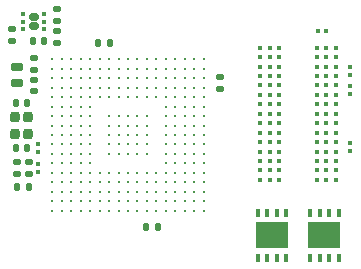
<source format=gbr>
%TF.GenerationSoftware,KiCad,Pcbnew,9.0.6-r1*%
%TF.CreationDate,2025-12-20T23:12:14+08:00*%
%TF.ProjectId,H750XB_V2,48373530-5842-45f5-9632-2e6b69636164,rev?*%
%TF.SameCoordinates,Original*%
%TF.FileFunction,Paste,Top*%
%TF.FilePolarity,Positive*%
%FSLAX46Y46*%
G04 Gerber Fmt 4.6, Leading zero omitted, Abs format (unit mm)*
G04 Created by KiCad (PCBNEW 9.0.6-r1) date 2025-12-20 23:12:14*
%MOMM*%
%LPD*%
G01*
G04 APERTURE LIST*
G04 Aperture macros list*
%AMRoundRect*
0 Rectangle with rounded corners*
0 $1 Rounding radius*
0 $2 $3 $4 $5 $6 $7 $8 $9 X,Y pos of 4 corners*
0 Add a 4 corners polygon primitive as box body*
4,1,4,$2,$3,$4,$5,$6,$7,$8,$9,$2,$3,0*
0 Add four circle primitives for the rounded corners*
1,1,$1+$1,$2,$3*
1,1,$1+$1,$4,$5*
1,1,$1+$1,$6,$7*
1,1,$1+$1,$8,$9*
0 Add four rect primitives between the rounded corners*
20,1,$1+$1,$2,$3,$4,$5,0*
20,1,$1+$1,$4,$5,$6,$7,0*
20,1,$1+$1,$6,$7,$8,$9,0*
20,1,$1+$1,$8,$9,$2,$3,0*%
G04 Aperture macros list end*
%ADD10RoundRect,0.150000X0.400000X-0.150000X0.400000X0.150000X-0.400000X0.150000X-0.400000X-0.150000X0*%
%ADD11RoundRect,0.200000X-0.200000X0.250000X-0.200000X-0.250000X0.200000X-0.250000X0.200000X0.250000X0*%
%ADD12R,2.800000X2.300000*%
%ADD13R,0.400000X0.800000*%
%ADD14RoundRect,0.140000X-0.170000X0.140000X-0.170000X-0.140000X0.170000X-0.140000X0.170000X0.140000X0*%
%ADD15RoundRect,0.140000X0.140000X0.170000X-0.140000X0.170000X-0.140000X-0.170000X0.140000X-0.170000X0*%
%ADD16RoundRect,0.135000X-0.185000X0.135000X-0.185000X-0.135000X0.185000X-0.135000X0.185000X0.135000X0*%
%ADD17RoundRect,0.160000X0.245000X0.160000X-0.245000X0.160000X-0.245000X-0.160000X0.245000X-0.160000X0*%
%ADD18RoundRect,0.093750X0.093750X0.106250X-0.093750X0.106250X-0.093750X-0.106250X0.093750X-0.106250X0*%
%ADD19C,0.333126*%
%ADD20RoundRect,0.135000X-0.135000X-0.185000X0.135000X-0.185000X0.135000X0.185000X-0.135000X0.185000X0*%
%ADD21RoundRect,0.135000X0.185000X-0.135000X0.185000X0.135000X-0.185000X0.135000X-0.185000X-0.135000X0*%
%ADD22RoundRect,0.135000X0.135000X0.185000X-0.135000X0.185000X-0.135000X-0.185000X0.135000X-0.185000X0*%
%ADD23RoundRect,0.147500X0.147500X0.172500X-0.147500X0.172500X-0.147500X-0.172500X0.147500X-0.172500X0*%
%ADD24RoundRect,0.079500X0.100500X-0.079500X0.100500X0.079500X-0.100500X0.079500X-0.100500X-0.079500X0*%
%ADD25RoundRect,0.140000X0.170000X-0.140000X0.170000X0.140000X-0.170000X0.140000X-0.170000X-0.140000X0*%
%ADD26RoundRect,0.079500X-0.100500X0.079500X-0.100500X-0.079500X0.100500X-0.079500X0.100500X0.079500X0*%
%ADD27RoundRect,0.140000X-0.140000X-0.170000X0.140000X-0.170000X0.140000X0.170000X-0.140000X0.170000X0*%
%ADD28RoundRect,0.079500X-0.079500X-0.100500X0.079500X-0.100500X0.079500X0.100500X-0.079500X0.100500X0*%
%ADD29C,0.450000*%
G04 APERTURE END LIST*
D10*
%TO.C,Y2*%
X1148800Y19380000D03*
X1148800Y20780000D03*
%TD*%
D11*
%TO.C,Y1*%
X998800Y16500000D03*
X998800Y15100000D03*
X2098800Y15100000D03*
X2098800Y16500000D03*
%TD*%
D12*
%TO.C,U3*%
X27173800Y6500000D03*
D13*
X25973800Y8400000D03*
X26773800Y8400000D03*
X27573800Y8400000D03*
X28373800Y8400000D03*
X28373800Y4600000D03*
X27573800Y4600000D03*
X26773800Y4600000D03*
X25973800Y4600000D03*
%TD*%
D12*
%TO.C,U4*%
X22723800Y6500000D03*
D13*
X21523800Y8400000D03*
X22323800Y8400000D03*
X23123800Y8400000D03*
X23923800Y8400000D03*
X23923800Y4600000D03*
X23123800Y4600000D03*
X22323800Y4600000D03*
X21523800Y4600000D03*
%TD*%
D14*
%TO.C,C63*%
X748800Y23950000D03*
X748800Y22990000D03*
%TD*%
D15*
%TO.C,C65*%
X3436300Y22990000D03*
X2476300Y22990000D03*
%TD*%
D16*
%TO.C,R2*%
X4548800Y23835000D03*
X4548800Y22815000D03*
%TD*%
%TO.C,R6*%
X4548800Y25635000D03*
X4548800Y24615000D03*
%TD*%
D17*
%TO.C,U5*%
X2548800Y24200000D03*
X2548800Y25000000D03*
D18*
X3436300Y23950000D03*
X3436300Y24600000D03*
X3436300Y25250000D03*
X1661300Y25250000D03*
X1661300Y24600000D03*
X1661300Y23950000D03*
%TD*%
D19*
%TO.C,U1*%
X4148800Y21400000D03*
X4948800Y21400000D03*
X5748800Y21400000D03*
X6548800Y21400000D03*
X7348800Y21400000D03*
X8148800Y21400000D03*
X8948800Y21400000D03*
X9748800Y21400000D03*
X10548800Y21400000D03*
X11348800Y21400000D03*
X12148800Y21400000D03*
X12948800Y21400000D03*
X13748800Y21400000D03*
X14548800Y21400000D03*
X15348800Y21400000D03*
X16148800Y21400000D03*
X16948800Y21400000D03*
X4148800Y20600000D03*
X4948800Y20600000D03*
X5748800Y20600000D03*
X6548800Y20600000D03*
X7348800Y20600000D03*
X8148800Y20600000D03*
X8948800Y20600000D03*
X9748800Y20600000D03*
X10548800Y20600000D03*
X11348800Y20600000D03*
X12148800Y20600000D03*
X12948800Y20600000D03*
X13748800Y20600000D03*
X14548800Y20600000D03*
X15348800Y20600000D03*
X16148800Y20600000D03*
X16948800Y20600000D03*
X4148800Y19800000D03*
X4948800Y19800000D03*
X5748800Y19800000D03*
X6548800Y19800000D03*
X7348800Y19800000D03*
X8148800Y19800000D03*
X8948800Y19800000D03*
X9748800Y19800000D03*
X10548800Y19800000D03*
X11348800Y19800000D03*
X12148800Y19800000D03*
X12948800Y19800000D03*
X13748800Y19800000D03*
X14548800Y19800000D03*
X15348800Y19800000D03*
X16148800Y19800000D03*
X16948800Y19800000D03*
X4148800Y19000000D03*
X4948800Y19000000D03*
X5748800Y19000000D03*
X6548800Y19000000D03*
X7348800Y19000000D03*
X8148800Y19000000D03*
X8948800Y19000000D03*
X9748800Y19000000D03*
X10548800Y19000000D03*
X11348800Y19000000D03*
X12148800Y19000000D03*
X12948800Y19000000D03*
X13748800Y19000000D03*
X14548800Y19000000D03*
X15348800Y19000000D03*
X16148800Y19000000D03*
X16948800Y19000000D03*
X4148800Y18200000D03*
X4948800Y18200000D03*
X5748800Y18200000D03*
X6548800Y18200000D03*
X7348800Y18200000D03*
X8148800Y18200000D03*
X8948800Y18200000D03*
X9748800Y18200000D03*
X10548800Y18200000D03*
X11348800Y18200000D03*
X12148800Y18200000D03*
X12948800Y18200000D03*
X13748800Y18200000D03*
X14548800Y18200000D03*
X15348800Y18200000D03*
X16148800Y18200000D03*
X16948800Y18200000D03*
X4148800Y17400000D03*
X4948800Y17400000D03*
X5748800Y17400000D03*
X6548800Y17400000D03*
X7348800Y17400000D03*
X13748800Y17400000D03*
X14548800Y17400000D03*
X15348800Y17400000D03*
X16148800Y17400000D03*
X16948800Y17400000D03*
X4148800Y16600000D03*
X4948800Y16600000D03*
X5748800Y16600000D03*
X6548800Y16600000D03*
X7348800Y16600000D03*
X8948800Y16600000D03*
X9748800Y16600000D03*
X10548800Y16600000D03*
X11348800Y16600000D03*
X12148800Y16600000D03*
X13748800Y16600000D03*
X14548800Y16600000D03*
X15348800Y16600000D03*
X16148800Y16600000D03*
X16948800Y16600000D03*
X4148800Y15800000D03*
X4948800Y15800000D03*
X5748800Y15800000D03*
X6548800Y15800000D03*
X7348800Y15800000D03*
X8948800Y15800000D03*
X9748800Y15800000D03*
X10548800Y15800000D03*
X11348800Y15800000D03*
X12148800Y15800000D03*
X13748800Y15800000D03*
X14548800Y15800000D03*
X15348800Y15800000D03*
X16148800Y15800000D03*
X16948800Y15800000D03*
X4148800Y15000000D03*
X4948800Y15000000D03*
X5748800Y15000000D03*
X6548800Y15000000D03*
X7348800Y15000000D03*
X8948800Y15000000D03*
X9748800Y15000000D03*
X10548800Y15000000D03*
X11348800Y15000000D03*
X12148800Y15000000D03*
X13748800Y15000000D03*
X14548800Y15000000D03*
X15348800Y15000000D03*
X16148800Y15000000D03*
X16948800Y15000000D03*
X4148800Y14200000D03*
X4948800Y14200000D03*
X5748800Y14200000D03*
X6548800Y14200000D03*
X7348800Y14200000D03*
X8948800Y14200000D03*
X9748800Y14200000D03*
X10548800Y14200000D03*
X11348800Y14200000D03*
X12148800Y14200000D03*
X13748800Y14200000D03*
X14548800Y14200000D03*
X15348800Y14200000D03*
X16148800Y14200000D03*
X16948800Y14200000D03*
X4148800Y13400000D03*
X4948800Y13400000D03*
X5748800Y13400000D03*
X6548800Y13400000D03*
X7348800Y13400000D03*
X8948800Y13400000D03*
X9748800Y13400000D03*
X10548800Y13400000D03*
X11348800Y13400000D03*
X12148800Y13400000D03*
X13748800Y13400000D03*
X14548800Y13400000D03*
X15348800Y13400000D03*
X16148800Y13400000D03*
X16948800Y13400000D03*
X4148800Y12600000D03*
X4948800Y12600000D03*
X5748800Y12600000D03*
X6548800Y12600000D03*
X7348800Y12600000D03*
X13748800Y12600000D03*
X14548800Y12600000D03*
X15348800Y12600000D03*
X16148800Y12600000D03*
X16948800Y12600000D03*
X4148800Y11800000D03*
X4948800Y11800000D03*
X5748800Y11800000D03*
X6548800Y11800000D03*
X7348800Y11800000D03*
X8148800Y11800000D03*
X8948800Y11800000D03*
X9748800Y11800000D03*
X10548800Y11800000D03*
X11348800Y11800000D03*
X12148800Y11800000D03*
X12948800Y11800000D03*
X13748800Y11800000D03*
X14548800Y11800000D03*
X15348800Y11800000D03*
X16148800Y11800000D03*
X16948800Y11800000D03*
X4148800Y11000000D03*
X4948800Y11000000D03*
X5748800Y11000000D03*
X6548800Y11000000D03*
X7348800Y11000000D03*
X8148800Y11000000D03*
X8948800Y11000000D03*
X9748800Y11000000D03*
X10548800Y11000000D03*
X11348800Y11000000D03*
X12148800Y11000000D03*
X12948800Y11000000D03*
X13748800Y11000000D03*
X14548800Y11000000D03*
X15348800Y11000000D03*
X16148800Y11000000D03*
X16948800Y11000000D03*
X4148800Y10200000D03*
X4948800Y10200000D03*
X5748800Y10200000D03*
X6548800Y10200000D03*
X7348800Y10200000D03*
X8148800Y10200000D03*
X8948800Y10200000D03*
X9748800Y10200000D03*
X10548800Y10200000D03*
X11348800Y10200000D03*
X12148800Y10200000D03*
X12948800Y10200000D03*
X13748800Y10200000D03*
X14548800Y10200000D03*
X15348800Y10200000D03*
X16148800Y10200000D03*
X16948800Y10200000D03*
X4148800Y9400000D03*
X4948800Y9400000D03*
X5748800Y9400000D03*
X6548800Y9400000D03*
X7348800Y9400000D03*
X8148800Y9400000D03*
X8948800Y9400000D03*
X9748800Y9400000D03*
X10548800Y9400000D03*
X11348800Y9400000D03*
X12148800Y9400000D03*
X12948800Y9400000D03*
X13748800Y9400000D03*
X14548800Y9400000D03*
X15348800Y9400000D03*
X16148800Y9400000D03*
X16948800Y9400000D03*
X4148800Y8600000D03*
X4948800Y8600000D03*
X5748800Y8600000D03*
X6548800Y8600000D03*
X7348800Y8600000D03*
X8148800Y8600000D03*
X8948800Y8600000D03*
X9748800Y8600000D03*
X10548800Y8600000D03*
X11348800Y8600000D03*
X12148800Y8600000D03*
X12948800Y8600000D03*
X13748800Y8600000D03*
X14548800Y8600000D03*
X15348800Y8600000D03*
X16148800Y8600000D03*
X16948800Y8600000D03*
%TD*%
D20*
%TO.C,RR3*%
X12038800Y7200000D03*
X13058800Y7200000D03*
%TD*%
D21*
%TO.C,RR2*%
X18348800Y18890000D03*
X18348800Y19910000D03*
%TD*%
D22*
%TO.C,RR1*%
X9058800Y22800000D03*
X8038800Y22800000D03*
%TD*%
D23*
%TO.C,FB1*%
X2141153Y10600000D03*
X1171153Y10600000D03*
%TD*%
D24*
%TO.C,C49*%
X29348800Y13655000D03*
X29348800Y14345000D03*
%TD*%
D25*
%TO.C,C47*%
X2548800Y20520000D03*
X2548800Y21480000D03*
%TD*%
D26*
%TO.C,C53*%
X29348800Y20745000D03*
X29348800Y20055000D03*
%TD*%
D14*
%TO.C,C41*%
X2548800Y19680000D03*
X2548800Y18720000D03*
%TD*%
D27*
%TO.C,C40*%
X1068800Y17700000D03*
X2028800Y17700000D03*
%TD*%
D15*
%TO.C,C46*%
X2028800Y13900000D03*
X1068800Y13900000D03*
%TD*%
D24*
%TO.C,C38*%
X29348800Y18455000D03*
X29348800Y19145000D03*
%TD*%
D28*
%TO.C,C36*%
X26603800Y23800000D03*
X27293800Y23800000D03*
%TD*%
D24*
%TO.C,C7*%
X2948800Y13535000D03*
X2948800Y14225000D03*
%TD*%
D14*
%TO.C,C4*%
X2148800Y12680000D03*
X2148800Y11720000D03*
%TD*%
%TO.C,C13*%
X1148800Y12680000D03*
X1148800Y11720000D03*
%TD*%
D26*
%TO.C,C1*%
X2948800Y12545000D03*
X2948800Y11855000D03*
%TD*%
D29*
%TO.C,U2*%
X21748800Y22400000D03*
X22548800Y22400000D03*
X23348800Y22400000D03*
X26548800Y22400000D03*
X27348800Y22400000D03*
X28148800Y22400000D03*
X21748800Y21600000D03*
X22548800Y21600000D03*
X23348800Y21600000D03*
X26548800Y21600000D03*
X27348800Y21600000D03*
X28148800Y21600000D03*
X21748800Y20800000D03*
X22548800Y20800000D03*
X23348800Y20800000D03*
X26548800Y20800000D03*
X27348800Y20800000D03*
X28148800Y20800000D03*
X21748800Y20000000D03*
X22548800Y20000000D03*
X23348800Y20000000D03*
X26548800Y20000000D03*
X27348800Y20000000D03*
X28148800Y20000000D03*
X21748800Y19200000D03*
X22548800Y19200000D03*
X23348800Y19200000D03*
X26548800Y19200000D03*
X27348800Y19200000D03*
X28148800Y19200000D03*
X21748800Y18400000D03*
X22548800Y18400000D03*
X23348800Y18400000D03*
X26548800Y18400000D03*
X27348800Y18400000D03*
X28148800Y18400000D03*
X21748800Y17600000D03*
X22548800Y17600000D03*
X23348800Y17600000D03*
X26548800Y17600000D03*
X27348800Y17600000D03*
X28148800Y17600000D03*
X21748800Y16800000D03*
X22548800Y16800000D03*
X23348800Y16800000D03*
X26548800Y16800000D03*
X27348800Y16800000D03*
X28148800Y16800000D03*
X21748800Y16000000D03*
X22548800Y16000000D03*
X23348800Y16000000D03*
X26548800Y16000000D03*
X27348800Y16000000D03*
X28148800Y16000000D03*
X21748800Y15200000D03*
X22548800Y15200000D03*
X23348800Y15200000D03*
X26548800Y15200000D03*
X27348800Y15200000D03*
X28148800Y15200000D03*
X21748800Y14400000D03*
X22548800Y14400000D03*
X23348800Y14400000D03*
X26548800Y14400000D03*
X27348800Y14400000D03*
X28148800Y14400000D03*
X21748800Y13600000D03*
X22548800Y13600000D03*
X23348800Y13600000D03*
X26548800Y13600000D03*
X27348800Y13600000D03*
X28148800Y13600000D03*
X21748800Y12800000D03*
X22548800Y12800000D03*
X23348800Y12800000D03*
X26548800Y12800000D03*
X27348800Y12800000D03*
X28148800Y12800000D03*
X21748800Y12000000D03*
X22548800Y12000000D03*
X23348800Y12000000D03*
X26548800Y12000000D03*
X27348800Y12000000D03*
X28148800Y12000000D03*
X21748800Y11200000D03*
X22548800Y11200000D03*
X23348800Y11200000D03*
X26548800Y11200000D03*
X27348800Y11200000D03*
X28148800Y11200000D03*
%TD*%
M02*

</source>
